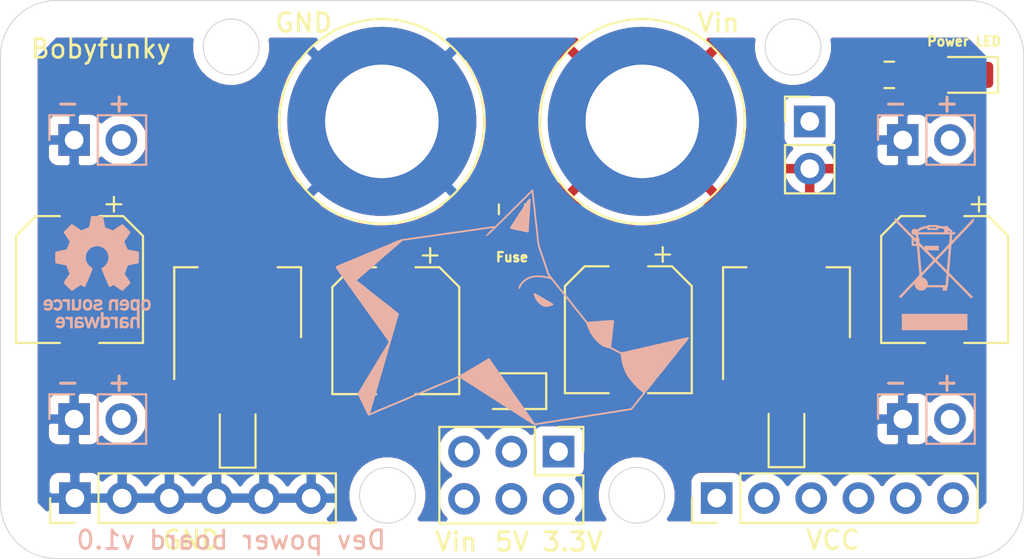
<source format=kicad_pcb>
(kicad_pcb (version 20171130) (host pcbnew "(5.1.6)-1")
  (title_block (title "Dev power board") (date 2020-09-06) (rev 1.0) (company Beeware))
  (layers (0 F.Cu signal) (31 B.Cu signal) (34 B.Paste user hide) (35 F.Paste user hide) (36 B.SilkS user) (37 F.SilkS user) (38 B.Mask user hide) (39 F.Mask user hide) (44 Edge.Cuts user))
  (net 0 "")
  (net 1 "Net-(C1-Pad1)")
  (net 2 GND)
  (net 3 "Net-(C2-Pad1)")
  (net 4 "Net-(C3-Pad1)")
  (net 5 "Net-(C4-Pad1)")
  (net 6 "Net-(D1-Pad2)")
  (net 7 /pwr_dest)
  (net 8 "Net-(D4-Pad2)")
  (net 9 VCC)
  (net 10 "Net-(J12-Pad1)")
  (net 11 "Net-(F1-Pad2)")
  (module Symbol:OSHW-Logo_5.7x6mm_SilkScreen (layer B.Cu) (at 107.7 54.6 180)
    (fp_text reference REF** hide)
    (fp_text value OSHW-Logo_5.7x6mm_SilkScreen hide)
  )
  (module Symbol:WEEE-Logo_4.2x6mm_SilkScreen (layer B.Cu) (at 152.7 54.7 180)
    (fp_text reference REF** hide)
    (fp_text value WEEE-Logo_4.2x6mm_SilkScreen hide)
  )
  (module Logo:logo_20mm (layer B.Cu) (at 130 56.5 180)
    (fp_text reference G*** hide)
    (fp_text value LOGO hide)
  )
  (module Connector_PinHeader_2.54mm:PinHeader_1x06_P2.54mm_Vertical (layer F.Cu) (at 141 66.75 90)
    (fp_text reference J11 hide)
    (fp_text value Conn_02x03_Counter_Clockwise)
    (pad 6 thru_hole oval (at 0 12.7 90) (size 1.7 1.7) (drill 1) (layers *.Cu *.Mask) (net 7 /pwr_dest))
    (pad 5 thru_hole oval (at 0 10.16 90) (size 1.7 1.7) (drill 1) (layers *.Cu *.Mask) (net 7 /pwr_dest))
    (pad 4 thru_hole oval (at 0 7.62 90) (size 1.7 1.7) (drill 1) (layers *.Cu *.Mask) (net 7 /pwr_dest))
    (pad 3 thru_hole oval (at 0 5.08 90) (size 1.7 1.7) (drill 1) (layers *.Cu *.Mask) (net 7 /pwr_dest))
    (pad 2 thru_hole oval (at 0 2.54 90) (size 1.7 1.7) (drill 1) (layers *.Cu *.Mask) (net 7 /pwr_dest))
    (pad 1 thru_hole rect (at 0 0 90) (size 1.7 1.7) (drill 1) (layers *.Cu *.Mask) (net 7 /pwr_dest))
  )
  (module Connector_PinHeader_2.54mm:PinHeader_1x06_P2.54mm_Vertical (layer F.Cu) (at 106.5 66.75 90)
    (fp_text reference J5 hide)
    (fp_text value Conn_02x03_Counter_Clockwise)
    (pad 6 thru_hole oval (at 0 12.7 90) (size 1.7 1.7) (drill 1) (layers *.Cu *.Mask) (net 2 GND))
    (pad 5 thru_hole oval (at 0 10.16 90) (size 1.7 1.7) (drill 1) (layers *.Cu *.Mask) (net 2 GND))
    (pad 4 thru_hole oval (at 0 7.62 90) (size 1.7 1.7) (drill 1) (layers *.Cu *.Mask) (net 2 GND))
    (pad 3 thru_hole oval (at 0 5.08 90) (size 1.7 1.7) (drill 1) (layers *.Cu *.Mask) (net 2 GND))
    (pad 2 thru_hole oval (at 0 2.54 90) (size 1.7 1.7) (drill 1) (layers *.Cu *.Mask) (net 2 GND))
    (pad 1 thru_hole rect (at 0 0 90) (size 1.7 1.7) (drill 1) (layers *.Cu *.Mask) (net 2 GND))
  )
  (module Capacitor_SMD:CP_Elec_6.3x5.4 (layer F.Cu) (at 123.75 57.75 270)
    (fp_text reference C1 hide)
    (fp_text value 47u)
    (pad 1 smd roundrect (at -2.8 0 270) (size 3.5 1.6) (layers F.Cu F.Paste F.Mask) (roundrect_rratio 0.15625) (net 1 "Net-(C1-Pad1)"))
    (pad 2 smd roundrect (at 2.8 0 270) (size 3.5 1.6) (layers F.Cu F.Paste F.Mask) (roundrect_rratio 0.15625) (net 2 GND))
  )
  (module Capacitor_SMD:CP_Elec_6.3x5.4 (layer F.Cu) (at 136.25 57.7 270)
    (fp_text reference C2 hide)
    (fp_text value 47u)
    (pad 2 smd roundrect (at 2.8 0 270) (size 3.5 1.6) (layers F.Cu F.Paste F.Mask) (roundrect_rratio 0.15625) (net 2 GND))
    (pad 1 smd roundrect (at -2.8 0 270) (size 3.5 1.6) (layers F.Cu F.Paste F.Mask) (roundrect_rratio 0.15625) (net 3 "Net-(C2-Pad1)"))
  )
  (module Capacitor_SMD:CP_Elec_6.3x5.4 (layer F.Cu) (at 106.75 55 270)
    (fp_text reference C3 hide)
    (fp_text value 47u)
    (pad 2 smd roundrect (at 2.8 0 270) (size 3.5 1.6) (layers F.Cu F.Paste F.Mask) (roundrect_rratio 0.15625) (net 2 GND))
    (pad 1 smd roundrect (at -2.8 0 270) (size 3.5 1.6) (layers F.Cu F.Paste F.Mask) (roundrect_rratio 0.15625) (net 4 "Net-(C3-Pad1)"))
  )
  (module Capacitor_SMD:CP_Elec_6.3x5.4 (layer F.Cu) (at 153.25 55 270)
    (fp_text reference C4 hide)
    (fp_text value 47u)
    (pad 1 smd roundrect (at -2.8 0 270) (size 3.5 1.6) (layers F.Cu F.Paste F.Mask) (roundrect_rratio 0.15625) (net 5 "Net-(C4-Pad1)"))
    (pad 2 smd roundrect (at 2.8 0 270) (size 3.5 1.6) (layers F.Cu F.Paste F.Mask) (roundrect_rratio 0.15625) (net 2 GND))
  )
  (module Diode_SMD:D_0805_2012Metric_Pad1.15x1.40mm_HandSolder (layer F.Cu) (at 129.975 61 180)
    (fp_text reference D1 hide)
    (fp_text value D)
    (pad 2 smd roundrect (at 1.025 0 180) (size 1.15 1.4) (layers F.Cu F.Paste F.Mask) (roundrect_rratio 0.217391) (net 6 "Net-(D1-Pad2)"))
    (pad 1 smd roundrect (at -1.025 0 180) (size 1.15 1.4) (layers F.Cu F.Paste F.Mask) (roundrect_rratio 0.217391) (net 7 /pwr_dest))
  )
  (module Diode_SMD:D_0805_2012Metric_Pad1.15x1.40mm_HandSolder (layer F.Cu) (at 115.25 63.25 90)
    (fp_text reference D2 hide)
    (fp_text value D)
    (pad 1 smd roundrect (at -1.025 0 90) (size 1.15 1.4) (layers F.Cu F.Paste F.Mask) (roundrect_rratio 0.217391) (net 7 /pwr_dest))
    (pad 2 smd roundrect (at 1.025 0 90) (size 1.15 1.4) (layers F.Cu F.Paste F.Mask) (roundrect_rratio 0.217391) (net 4 "Net-(C3-Pad1)"))
  )
  (module Diode_SMD:D_0805_2012Metric_Pad1.15x1.40mm_HandSolder (layer F.Cu) (at 144.75 63.225 90)
    (fp_text reference D3 hide)
    (fp_text value D)
    (pad 1 smd roundrect (at -1.025 0 90) (size 1.15 1.4) (layers F.Cu F.Paste F.Mask) (roundrect_rratio 0.217391) (net 7 /pwr_dest))
    (pad 2 smd roundrect (at 1.025 0 90) (size 1.15 1.4) (layers F.Cu F.Paste F.Mask) (roundrect_rratio 0.217391) (net 5 "Net-(C4-Pad1)"))
  )
  (module LED_SMD:LED_0805_2012Metric (layer F.Cu) (at 154.4375 44 180)
    (fp_text reference D4 hide)
    (fp_text value LED)
    (pad 1 smd roundrect (at -0.9375 0 180) (size 0.975 1.4) (layers F.Cu F.Paste F.Mask) (net 2 GND))
    (pad 2 smd roundrect (at 0.9375 0 180) (size 0.975 1.4) (layers F.Cu F.Paste F.Mask) (net 8 "Net-(D4-Pad2)"))
  )
  (module Fuse:Fuse_0805_2012Metric_Pad1.15x1.40mm_HandSolder (layer F.Cu) (at 130 51.225 90)
    (fp_text reference F1 hide)
    (fp_text value Fuse)
    (pad 1 smd roundrect (at -1.025 0 90) (size 1.15 1.4) (layers F.Cu F.Paste F.Mask) (roundrect_rratio 0.217391) (net 9 VCC))
    (pad 2 smd roundrect (at 1.025 0 90) (size 1.15 1.4) (layers F.Cu F.Paste F.Mask) (roundrect_rratio 0.217391) (net 11 "Net-(F1-Pad2)"))
  )
  (module Connector:Banana_Jack_1Pin (layer F.Cu) (at 137 46.5)
    (fp_text reference J3 hide)
    (fp_text value Conn_01x01_Male)
    (pad 1 thru_hole circle (at 0 0) (size 10.16 10.16) (drill 6.1) (layers *.Cu *.Mask) (net 9 VCC))
  )
  (module Connector:Banana_Jack_1Pin (layer F.Cu) (at 123 46.5)
    (fp_text reference J4 hide)
    (fp_text value Conn_01x01_Male)
    (pad 1 thru_hole circle (at 0 0) (size 10.16 10.16) (drill 6.1) (layers *.Cu *.Mask) (net 2 GND))
  )
  (module Connector_PinHeader_2.54mm:PinHeader_1x02_P2.54mm_Vertical (layer B.Cu) (at 106.46 62.5 270)
    (fp_text reference J6 hide)
    (fp_text value Conn_01x02_Male)
    (pad 1 thru_hole rect (at 0 0 270) (size 1.7 1.7) (drill 1) (layers *.Cu *.Mask) (net 2 GND))
    (pad 2 thru_hole oval (at 0 -2.54 270) (size 1.7 1.7) (drill 1) (layers *.Cu *.Mask) (net 7 /pwr_dest))
  )
  (module Connector_PinHeader_2.54mm:PinHeader_1x02_P2.54mm_Vertical (layer B.Cu) (at 106.46 47.5 270)
    (fp_text reference J7 hide)
    (fp_text value Conn_01x02_Male)
    (pad 2 thru_hole oval (at 0 -2.54 270) (size 1.7 1.7) (drill 1) (layers *.Cu *.Mask) (net 7 /pwr_dest))
    (pad 1 thru_hole rect (at 0 0 270) (size 1.7 1.7) (drill 1) (layers *.Cu *.Mask) (net 2 GND))
  )
  (module Connector_PinHeader_2.54mm:PinHeader_2x03_P2.54mm_Vertical (layer F.Cu) (at 132.5 64.25 270)
    (fp_text reference J8 hide)
    (fp_text value Conn_02x03_Counter_Clockwise)
    (pad 6 thru_hole oval (at 2.54 5.08 270) (size 1.7 1.7) (drill 1) (layers *.Cu *.Mask) (net 6 "Net-(D1-Pad2)"))
    (pad 5 thru_hole oval (at 0 5.08 270) (size 1.7 1.7) (drill 1) (layers *.Cu *.Mask) (net 11 "Net-(F1-Pad2)"))
    (pad 4 thru_hole oval (at 2.54 2.54 270) (size 1.7 1.7) (drill 1) (layers *.Cu *.Mask) (net 3 "Net-(C2-Pad1)"))
    (pad 3 thru_hole oval (at 0 2.54 270) (size 1.7 1.7) (drill 1) (layers *.Cu *.Mask) (net 11 "Net-(F1-Pad2)"))
    (pad 2 thru_hole oval (at 2.54 0 270) (size 1.7 1.7) (drill 1) (layers *.Cu *.Mask) (net 1 "Net-(C1-Pad1)"))
    (pad 1 thru_hole rect (at 0 0 270) (size 1.7 1.7) (drill 1) (layers *.Cu *.Mask) (net 11 "Net-(F1-Pad2)"))
  )
  (module Connector_PinHeader_2.54mm:PinHeader_1x02_P2.54mm_Vertical (layer B.Cu) (at 151 62.5 270)
    (fp_text reference J9 hide)
    (fp_text value Conn_01x02_Male)
    (pad 1 thru_hole rect (at 0 0 270) (size 1.7 1.7) (drill 1) (layers *.Cu *.Mask) (net 2 GND))
    (pad 2 thru_hole oval (at 0 -2.54 270) (size 1.7 1.7) (drill 1) (layers *.Cu *.Mask) (net 7 /pwr_dest))
  )
  (module Connector_PinHeader_2.54mm:PinHeader_1x02_P2.54mm_Vertical (layer B.Cu) (at 151 47.5 270)
    (fp_text reference J10 hide)
    (fp_text value Conn_01x02_Male)
    (pad 2 thru_hole oval (at 0 -2.54 270) (size 1.7 1.7) (drill 1) (layers *.Cu *.Mask) (net 7 /pwr_dest))
    (pad 1 thru_hole rect (at 0 0 270) (size 1.7 1.7) (drill 1) (layers *.Cu *.Mask) (net 2 GND))
  )
  (module Connector_PinHeader_2.54mm:PinHeader_1x02_P2.54mm_Vertical (layer F.Cu) (at 146 46.5)
    (fp_text reference J12 hide)
    (fp_text value Conn_01x02_Male)
    (pad 1 thru_hole rect (at 0 0) (size 1.7 1.7) (drill 1) (layers *.Cu *.Mask) (net 10 "Net-(J12-Pad1)"))
    (pad 2 thru_hole oval (at 0 2.54) (size 1.7 1.7) (drill 1) (layers *.Cu *.Mask) (net 9 VCC))
  )
  (module Resistor_SMD:R_0805_2012Metric_Pad1.15x1.40mm_HandSolder (layer F.Cu) (at 150.275 44)
    (fp_text reference R1 hide)
    (fp_text value 560)
    (pad 1 smd roundrect (at -1.025 0) (size 1.15 1.4) (layers F.Cu F.Paste F.Mask) (roundrect_rratio 0.217391) (net 10 "Net-(J12-Pad1)"))
    (pad 2 smd roundrect (at 1.025 0) (size 1.15 1.4) (layers F.Cu F.Paste F.Mask) (roundrect_rratio 0.217391) (net 8 "Net-(D4-Pad2)"))
  )
  (module Package_TO_SOT_SMD:SOT-223-3_TabPin2 (layer F.Cu) (at 115.25 56.25 90)
    (fp_text reference U1 hide)
    (fp_text value AMS1117-5.0)
    (pad 1 smd rect (at -3.15 -2.3 90) (size 2 1.5) (layers F.Cu F.Paste F.Mask) (net 2 GND))
    (pad 3 smd rect (at -3.15 2.3 90) (size 2 1.5) (layers F.Cu F.Paste F.Mask) (net 1 "Net-(C1-Pad1)"))
    (pad 2 smd rect (at -3.15 0 90) (size 2 1.5) (layers F.Cu F.Paste F.Mask) (net 4 "Net-(C3-Pad1)"))
    (pad 2 smd rect (at 3.15 0 90) (size 2 3.8) (layers F.Cu F.Paste F.Mask) (net 4 "Net-(C3-Pad1)"))
  )
  (module Package_TO_SOT_SMD:SOT-223-3_TabPin2 (layer F.Cu) (at 144.75 56.25 90)
    (fp_text reference U2 hide)
    (fp_text value AMS1117-3.3)
    (pad 2 smd rect (at 3.15 0 90) (size 2 3.8) (layers F.Cu F.Paste F.Mask) (net 5 "Net-(C4-Pad1)"))
    (pad 2 smd rect (at -3.15 0 90) (size 2 1.5) (layers F.Cu F.Paste F.Mask) (net 5 "Net-(C4-Pad1)"))
    (pad 3 smd rect (at -3.15 2.3 90) (size 2 1.5) (layers F.Cu F.Paste F.Mask) (net 3 "Net-(C2-Pad1)"))
    (pad 1 smd rect (at -3.15 -2.3 90) (size 2 1.5) (layers F.Cu F.Paste F.Mask) (net 2 GND))
  )
  (gr_text Fuse (at 130 53.8) (layer F.SilkS) (effects (font (size 0.5 0.5) (thickness 0.125))))
  (gr_text Bobyfunky (at 107.9 42.6) (layer F.SilkS) (effects (font (size 1 1))))
  (gr_circle (center 114.9 42.5) (end 116.4 42.5) (layer Edge.Cuts) (width 0.05))
  (gr_circle (center 123.3 66.6) (end 124.8 66.6) (layer Edge.Cuts) (width 0.05))
  (gr_circle (center 136.7 66.6) (end 138.2 66.6) (layer Edge.Cuts) (width 0.05))
  (gr_circle (center 145.1 42.5) (end 146.6 42.5) (layer Edge.Cuts) (width 0.05))
  (gr_text "Power LED" (at 154.3 42.2) (layer F.SilkS) (effects (font (size 0.5 0.5) (thickness 0.125))))
  (gr_text "-  +" (at 152 45.5) (layer B.SilkS) (effects (font (size 1 1))))
  (gr_text "-  +" (at 152 60.5) (layer B.SilkS) (effects (font (size 1 1))))
  (gr_text "-  +" (at 107.5 45.5) (layer B.SilkS) (effects (font (size 1 1))))
  (gr_text "-  +" (at 107.5 60.5) (layer B.SilkS) (effects (font (size 1 1))))
  (gr_text Vin (at 141.1 41.2) (layer F.SilkS) (effects (font (size 1 1))))
  (gr_text GND (at 118.8 41.2) (layer F.SilkS) (effects (font (size 1 1))))
  (gr_text Vin (at 127 69.1) (layer F.SilkS) (effects (font (size 1 1))))
  (gr_text 3.3V (at 133.25 69.1) (layer F.SilkS) (effects (font (size 1 1))))
  (gr_text 5V (at 130 69.1) (layer F.SilkS) (effects (font (size 1 1))))
  (gr_text "-  +" (at 107.5 60.5) (layer F.SilkS) (effects (font (size 1 1))))
  (gr_text "-  +" (at 107.5 45.5) (layer F.SilkS) (effects (font (size 1 1))))
  (gr_text "-  +" (at 152 45.5) (layer F.SilkS) (effects (font (size 1 1))))
  (gr_text "-  +" (at 152 60.5) (layer F.SilkS) (effects (font (size 1 1))))
  (gr_text VCC (at 147.25 69) (layer F.SilkS) (effects (font (size 1 1))))
  (gr_text GND (at 112.75 69) (layer F.SilkS) (effects (font (size 1 1))))
  (gr_text "Dev power board v1.0" (at 114.9 69) (layer B.SilkS) (effects (font (size 1 1)) (justify mirror)))
  (gr_line (start 154.5 70) (end 105.5 70) (layer Edge.Cuts) (width 0.05))
  (gr_line (start 102.5 67) (end 102.5 43) (layer Edge.Cuts) (width 0.05))
  (gr_arc (start 154.5 67) (end 154.5 70) (angle -90) (layer Edge.Cuts) (width 0.05))
  (gr_line (start 157.5 43) (end 157.5 67) (layer Edge.Cuts) (width 0.05))
  (gr_arc (start 105.5 43) (end 105.5 40) (angle -90) (layer Edge.Cuts) (width 0.05))
  (gr_arc (start 154.5 43) (end 157.5 43) (angle -90) (layer Edge.Cuts) (width 0.05))
  (gr_arc (start 105.5 67) (end 102.5 67) (angle -90) (layer Edge.Cuts) (width 0.05))
  (gr_line (start 105.5 40) (end 154.5 40) (layer Edge.Cuts) (width 0.05))
  (zone (net 9) (net_name VCC) (layer F.Cu) (connect_pads (clearance 0.508)) (min_thickness 0.254) (fill yes (arc_segments 32) (thermal_gap 0.508) (thermal_bridge_width 0.508))
    (polygon (pts (xy 155.5 43) (xy 155.5 67) (xy 154.5 68) (xy 105.5 68) (xy 104.5 67) (xy 104.5 43) (xy 105.5 42) (xy 154.5 42)))
  )
  (zone (net 2) (net_name GND) (layer B.Cu) (connect_pads (clearance 0.508)) (min_thickness 0.254) (fill yes (arc_segments 32) (thermal_gap 0.508) (thermal_bridge_width 0.508))
    (polygon (pts (xy 155.5 43) (xy 155.5 67) (xy 154.5 68) (xy 105.5 68) (xy 104.5 67) (xy 104.5 43) (xy 105.5 42) (xy 154.5 42)))
  )
)
</source>
